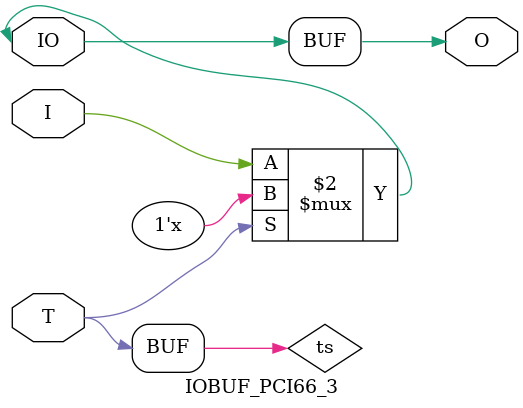
<source format=v>

/*

FUNCTION	: INPUT TRI-STATE OUTPUT BUFFER

*/

`celldefine
`timescale  100 ps / 10 ps

module IOBUF_PCI66_3 (O, IO, I, T);

    output O;

    inout  IO;

    input  I, T;

    or O1 (ts, 1'b0, T);
    bufif0 T1 (IO, I, ts);

    buf B1 (O, IO);

endmodule

</source>
